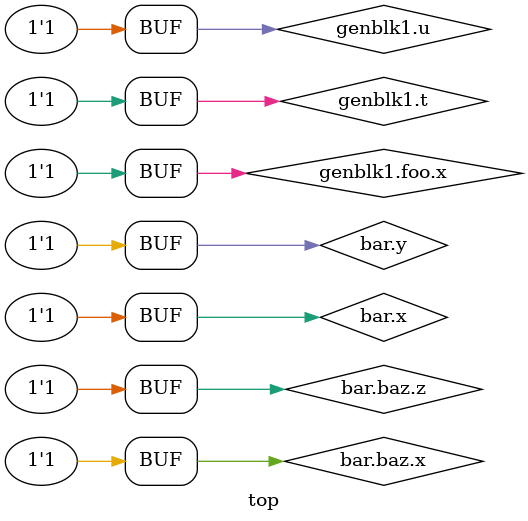
<source format=v>
`default_nettype none
module top;
	generate
		if (1) begin
			wire t;
			begin : foo
				wire x;
			end
			wire u;
		end
		begin : bar
			wire x;
			wire y;
			begin : baz
				wire x;
				wire z;
			end
		end
	endgenerate
	assign genblk1.t = 1;
	assign genblk1.foo.x = 1;
	assign genblk1.u = 1;
	assign bar.x = 1;
	assign bar.y = 1;
	assign bar.baz.x = 1;
	assign bar.baz.z = 1;
endmodule

</source>
